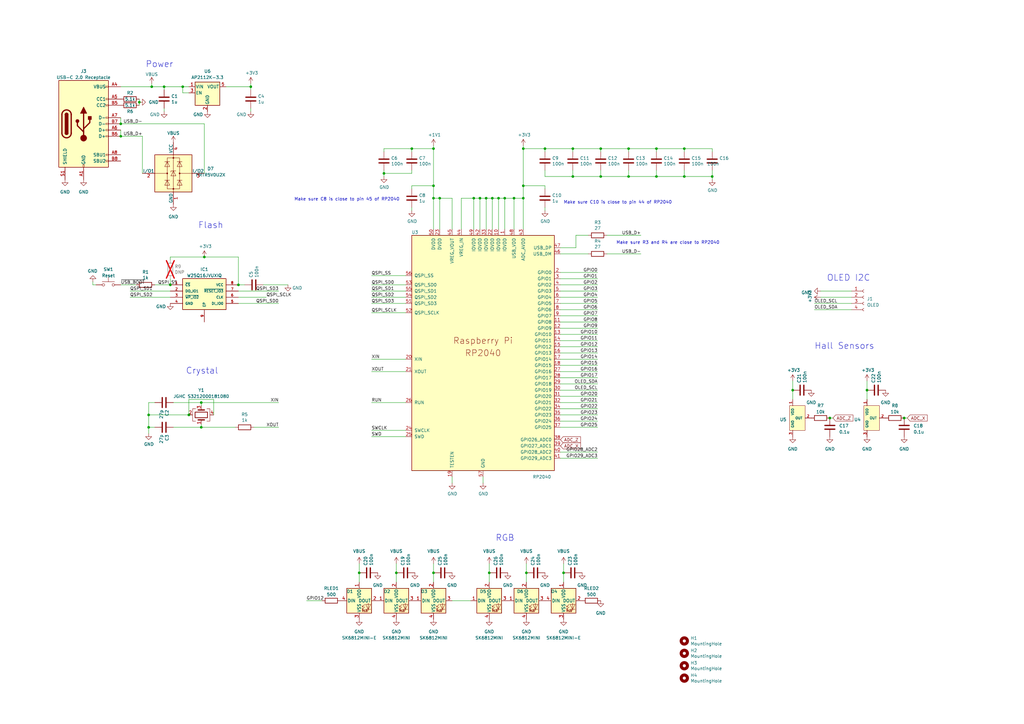
<source format=kicad_sch>
(kicad_sch (version 20230121) (generator eeschema)
  (paper "A3")
  (title_block (title "RP2040  MoonPad") (date "2023-02-10") (rev "REV1") (company "Rephlex"))
  (lib_symbols
    (symbol "49e:Hall_Sensor" (pin_names (offset 1.016))
      (property "Reference" "U?" (at -4.5212 0.9652 0))
      (symbol "Hall_Sensor_1_1"
        (pin power_in line (at -2.54 7.62 270) (length 2.54) (name "VDD") (number "1"))
        (pin output line (at 5.08 0 180) (length 2.54) (name "OUT") (number "2"))
        (pin power_in line (at -2.54 -7.62 90) (length 2.54) (name "GND") (number "3"))
      )
    )
    (symbol "Connector:Conn_01x04_Socket" (pin_names (offset 1.016) hide)
      (property "Reference" "J" (at 0 5.08 0))
      (property "Value" "Conn_01x04_Socket" (at 0 -7.62 0))
      (symbol "Conn_01x04_Socket_1_1"
        (pin passive line (at -5.08 2.54 0) (length 3.81) (name "Pin_1") (number "1"))
        (pin passive line (at -5.08 0 0) (length 3.81) (name "Pin_2") (number "2"))
        (pin passive line (at -5.08 -2.54 0) (length 3.81) (name "Pin_3") (number "3"))
        (pin passive line (at -5.08 -5.08 0) (length 3.81) (name "Pin_4") (number "4"))
      )
    )
    (symbol "Connector:USB_C_Receptacle_USB2.0" (pin_names (offset 1.016))
      (property "Reference" "J" (at -10.16 19.05 0))
      (property "Value" "USB_C_Receptacle_USB2.0" (at 19.05 19.05 0))
      (symbol "USB_C_Receptacle_USB2.0_1_1"
        (pin passive line (at 0 -22.86 90) (length 5.08) (name "GND") (number "A1"))
        (pin passive line (at 0 -22.86 90) (length 5.08) hide (name "GND") (number "A12"))
        (pin passive line (at 15.24 15.24 180) (length 5.08) (name "VBUS") (number "A4"))
        (pin bidirectional line (at 15.24 10.16 180) (length 5.08) (name "CC1") (number "A5"))
        (pin bidirectional line (at 15.24 -2.54 180) (length 5.08) (name "D+") (number "A6"))
        (pin bidirectional line (at 15.24 2.54 180) (length 5.08) (name "D-") (number "A7"))
        (pin bidirectional line (at 15.24 -12.7 180) (length 5.08) (name "SBU1") (number "A8"))
        (pin passive line (at 15.24 15.24 180) (length 5.08) hide (name "VBUS") (number "A9"))
        (pin passive line (at 0 -22.86 90) (length 5.08) hide (name "GND") (number "B1"))
        (pin passive line (at 0 -22.86 90) (length 5.08) hide (name "GND") (number "B12"))
        (pin passive line (at 15.24 15.24 180) (length 5.08) hide (name "VBUS") (number "B4"))
        (pin bidirectional line (at 15.24 7.62 180) (length 5.08) (name "CC2") (number "B5"))
        (pin bidirectional line (at 15.24 -5.08 180) (length 5.08) (name "D+") (number "B6"))
        (pin bidirectional line (at 15.24 0 180) (length 5.08) (name "D-") (number "B7"))
        (pin bidirectional line (at 15.24 -15.24 180) (length 5.08) (name "SBU2") (number "B8"))
        (pin passive line (at 15.24 15.24 180) (length 5.08) hide (name "VBUS") (number "B9"))
        (pin passive line (at -7.62 -22.86 90) (length 5.08) (name "SHIELD") (number "S1"))
      )
    )
    (symbol "Device:C" (pin_numbers hide) (pin_names (offset 0.254))
      (property "Reference" "C" (at 0.635 2.54 0))
      (property "Value" "C" (at 0.635 -2.54 0))
      (symbol "C_1_1"
        (pin passive line (at 0 3.81 270) (length 2.794) (name "~") (number "1"))
        (pin passive line (at 0 -3.81 90) (length 2.794) (name "~") (number "2"))
      )
    )
    (symbol "Device:Crystal_GND24" (pin_names (offset 1.016) hide)
      (property "Reference" "Y" (at 3.175 5.08 0))
      (property "Value" "Crystal_GND24" (at 3.175 3.175 0))
      (symbol "Crystal_GND24_1_1"
        (pin passive line (at -3.81 0 0) (length 1.27) (name "1") (number "1"))
        (pin passive line (at 0 5.08 270) (length 1.27) (name "2") (number "2"))
        (pin passive line (at 3.81 0 180) (length 1.27) (name "3") (number "3"))
        (pin passive line (at 0 -5.08 90) (length 1.27) (name "4") (number "4"))
      )
    )
    (symbol "Device:R" (pin_numbers hide) (pin_names (offset 0))
      (property "Reference" "R" (at 2.032 0 90))
      (property "Value" "R" (at 0 0 90))
      (symbol "R_1_1"
        (pin passive line (at 0 3.81 270) (length 1.27) (name "~") (number "1"))
        (pin passive line (at 0 -3.81 90) (length 1.27) (name "~") (number "2"))
      )
    )
    (symbol "MCU_RaspberryPi_RP2040:RP2040" (pin_names (offset 1.016))
      (property "Reference" "U" (at -29.21 49.53 0))
      (property "Value" "RP2040" (at 24.13 -49.53 0))
      (symbol "RP2040_0_0"
        (text "Raspberry Pi" (at 0 5.08 0) (effects (font (size 2.54 2.54))))
        (text "RP2040" (at 0 0 0) (effects (font (size 2.54 2.54))))
      )
      (symbol "RP2040_1_1"
        (pin power_in line (at 8.89 50.8 270) (length 2.54) (name "IOVDD") (number "1"))
        (pin power_in line (at 6.35 50.8 270) (length 2.54) (name "IOVDD") (number "10"))
        (pin bidirectional line (at 31.75 12.7 180) (length 2.54) (name "GPIO8") (number "11"))
        (pin bidirectional line (at 31.75 10.16 180) (length 2.54) (name "GPIO9") (number "12"))
        (pin bidirectional line (at 31.75 7.62 180) (length 2.54) (name "GPIO10") (number "13"))
        (pin bidirectional line (at 31.75 5.08 180) (length 2.54) (name "GPIO11") (number "14"))
        (pin bidirectional line (at 31.75 2.54 180) (length 2.54) (name "GPIO12") (number "15"))
        (pin bidirectional line (at 31.75 0 180) (length 2.54) (name "GPIO13") (number "16"))
        (pin bidirectional line (at 31.75 -2.54 180) (length 2.54) (name "GPIO14") (number "17"))
        (pin bidirectional line (at 31.75 -5.08 180) (length 2.54) (name "GPIO15") (number "18"))
        (pin passive line (at -12.7 -50.8 90) (length 2.54) (name "TESTEN") (number "19"))
        (pin bidirectional line (at 31.75 33.02 180) (length 2.54) (name "GPIO0") (number "2"))
        (pin input line (at -31.75 -2.54 0) (length 2.54) (name "XIN") (number "20"))
        (pin passive line (at -31.75 -7.62 0) (length 2.54) (name "XOUT") (number "21"))
        (pin power_in line (at 3.81 50.8 270) (length 2.54) (name "IOVDD") (number "22"))
        (pin power_in line (at -17.78 50.8 270) (length 2.54) (name "DVDD") (number "23"))
        (pin output line (at -31.75 -31.75 0) (length 2.54) (name "SWCLK") (number "24"))
        (pin bidirectional line (at -31.75 -34.29 0) (length 2.54) (name "SWD") (number "25"))
        (pin input line (at -31.75 -20.32 0) (length 2.54) (name "RUN") (number "26"))
        (pin bidirectional line (at 31.75 -7.62 180) (length 2.54) (name "GPIO16") (number "27"))
        (pin bidirectional line (at 31.75 -10.16 180) (length 2.54) (name "GPIO17") (number "28"))
        (pin bidirectional line (at 31.75 -12.7 180) (length 2.54) (name "GPIO18") (number "29"))
        (pin bidirectional line (at 31.75 30.48 180) (length 2.54) (name "GPIO1") (number "3"))
        (pin bidirectional line (at 31.75 -15.24 180) (length 2.54) (name "GPIO19") (number "30"))
        (pin bidirectional line (at 31.75 -17.78 180) (length 2.54) (name "GPIO20") (number "31"))
        (pin bidirectional line (at 31.75 -20.32 180) (length 2.54) (name "GPIO21") (number "32"))
        (pin power_in line (at 1.27 50.8 270) (length 2.54) (name "IOVDD") (number "33"))
        (pin bidirectional line (at 31.75 -22.86 180) (length 2.54) (name "GPIO22") (number "34"))
        (pin bidirectional line (at 31.75 -25.4 180) (length 2.54) (name "GPIO23") (number "35"))
        (pin bidirectional line (at 31.75 -27.94 180) (length 2.54) (name "GPIO24") (number "36"))
        (pin bidirectional line (at 31.75 -30.48 180) (length 2.54) (name "GPIO25") (number "37"))
        (pin bidirectional line (at 31.75 -35.56 180) (length 2.54) (name "GPIO26_ADC0") (number "38"))
        (pin bidirectional line (at 31.75 -38.1 180) (length 2.54) (name "GPIO27_ADC1") (number "39"))
        (pin bidirectional line (at 31.75 27.94 180) (length 2.54) (name "GPIO2") (number "4"))
        (pin bidirectional line (at 31.75 -40.64 180) (length 2.54) (name "GPIO28_ADC2") (number "40"))
        (pin bidirectional line (at 31.75 -43.18 180) (length 2.54) (name "GPIO29_ADC3") (number "41"))
        (pin power_in line (at -1.27 50.8 270) (length 2.54) (name "IOVDD") (number "42"))
        (pin power_in line (at 16.51 50.8 270) (length 2.54) (name "ADC_AVDD") (number "43"))
        (pin power_in line (at -8.89 50.8 270) (length 2.54) (name "VREG_IN") (number "44"))
        (pin power_out line (at -12.7 50.8 270) (length 2.54) (name "VREG_VOUT") (number "45"))
        (pin bidirectional line (at 31.75 40.64 180) (length 2.54) (name "USB_DM") (number "46"))
        (pin bidirectional line (at 31.75 43.18 180) (length 2.54) (name "USB_DP") (number "47"))
        (pin power_in line (at 12.7 50.8 270) (length 2.54) (name "USB_VDD") (number "48"))
        (pin power_in line (at -3.81 50.8 270) (length 2.54) (name "IOVDD") (number "49"))
        (pin bidirectional line (at 31.75 25.4 180) (length 2.54) (name "GPIO3") (number "5"))
        (pin power_in line (at -20.32 50.8 270) (length 2.54) (name "DVDD") (number "50"))
        (pin bidirectional line (at -31.75 20.32 0) (length 2.54) (name "QSPI_SD3") (number "51"))
        (pin output line (at -31.75 16.51 0) (length 2.54) (name "QSPI_SCLK") (number "52"))
        (pin bidirectional line (at -31.75 27.94 0) (length 2.54) (name "QSPI_SD0") (number "53"))
        (pin bidirectional line (at -31.75 22.86 0) (length 2.54) (name "QSPI_SD2") (number "54"))
        (pin bidirectional line (at -31.75 25.4 0) (length 2.54) (name "QSPI_SD1") (number "55"))
        (pin bidirectional line (at -31.75 31.75 0) (length 2.54) (name "QSPI_SS") (number "56"))
        (pin power_in line (at 0 -50.8 90) (length 2.54) (name "GND") (number "57"))
        (pin bidirectional line (at 31.75 22.86 180) (length 2.54) (name "GPIO4") (number "6"))
        (pin bidirectional line (at 31.75 20.32 180) (length 2.54) (name "GPIO5") (number "7"))
        (pin bidirectional line (at 31.75 17.78 180) (length 2.54) (name "GPIO6") (number "8"))
        (pin bidirectional line (at 31.75 15.24 180) (length 2.54) (name "GPIO7") (number "9"))
      )
    )
    (symbol "Mechanical:MountingHole" (pin_names (offset 1.016))
      (property "Reference" "H" (at 0 5.08 0))
      (property "Value" "MountingHole" (at 0 3.175 0))
    )
    (symbol "MoonPad:SK6812MINI-B-12" (pin_names (offset 0.254))
      (property "Reference" "D1" (at 12.7 3.1241 0))
      (property "Value" "SK6812MINI" (at 12.7 0.5841 0))
      (symbol "SK6812MINI-B-12_0_0"
        (text "RGB" (at 2.286 -4.191 0) (effects (font (size 0.762 0.762))))
      )
      (symbol "SK6812MINI-B-12_1_1"
        (pin input line (at -7.62 0 0) (length 2.54) (name "DIN") (number "1"))
        (pin power_in line (at 0 7.62 270) (length 2.54) (name "VDD") (number "2"))
        (pin output line (at 7.62 0 180) (length 2.54) (name "DOUT") (number "3"))
        (pin power_in line (at 0 -7.62 90) (length 2.54) (name "VSS") (number "4"))
      )
    )
    (symbol "Power_Protection:PRTR5V0U2X" (pin_names (offset 0))
      (property "Reference" "D" (at 2.794 8.636 0))
      (property "Value" "PRTR5V0U2X" (at 8.128 -9.398 0))
      (symbol "PRTR5V0U2X_1_1"
        (pin passive line (at 0 -12.7 90) (length 5.08) (name "GND") (number "1"))
        (pin passive line (at -12.7 0 0) (length 5.08) (name "I/O1") (number "2"))
        (pin passive line (at 12.7 0 180) (length 5.08) (name "I/O2") (number "3"))
        (pin passive line (at 0 12.7 270) (length 5.08) (name "VCC") (number "4"))
      )
    )
    (symbol "Regulator_Linear:AP2112K-3.3" (pin_names (offset 0.254))
      (property "Reference" "U" (at -5.08 5.715 0))
      (property "Value" "AP2112K-3.3" (at 0 5.715 0))
      (symbol "AP2112K-3.3_1_1"
        (pin power_in line (at -7.62 2.54 0) (length 2.54) (name "VIN") (number "1"))
        (pin power_in line (at 0 -7.62 90) (length 2.54) (name "GND") (number "2"))
        (pin input line (at -7.62 0 0) (length 2.54) (name "EN") (number "3"))
        (pin no_connect line (at 5.08 0 180) (length 2.54) hide (name "NC") (number "4"))
        (pin power_out line (at 7.62 2.54 180) (length 2.54) (name "VOUT") (number "5"))
      )
    )
    (symbol "Switch:SW_Push" (pin_numbers hide) (pin_names (offset 1.016) hide)
      (property "Reference" "SW" (at 1.27 2.54 0))
      (property "Value" "SW_Push" (at 0 -1.524 0))
      (symbol "SW_Push_0_1"
        (pin passive line (at -5.08 0 0) (length 2.54) (name "1") (number "1"))
        (pin passive line (at 5.08 0 180) (length 2.54) (name "2") (number "2"))
      )
    )
    (symbol "W25Q16JVUXIQ:W25Q16JVUXIQ" (pin_names (offset 1.016))
      (property "Reference" "IC1" (at 27.94 6.35 0))
      (property "Value" "W25Q16JVUXIQ" (at 27.94 3.81 0))
      (symbol "W25Q16JVUXIQ_0_0"
        (pin bidirectional line (at 13.97 0 0) (length 5.08) (name "~{CS}") (number "1"))
        (pin bidirectional line (at 13.97 -7.62 0) (length 5.08) (name "GND") (number "4"))
        (pin bidirectional line (at 41.91 -5.08 180) (length 5.08) (name "CLK") (number "6"))
        (pin bidirectional line (at 41.91 0 180) (length 5.08) (name "VCC") (number "8"))
        (pin bidirectional line (at 27.94 -15.24 90) (length 5.08) (name "EP") (number "9"))
      )
      (symbol "W25Q16JVUXIQ_1_0"
        (pin bidirectional line (at 13.97 -2.54 0) (length 5.08) (name "DO_IO1") (number "2"))
        (pin bidirectional line (at 13.97 -5.08 0) (length 5.08) (name "~{WP_IO2}") (number "3"))
        (pin bidirectional line (at 41.91 -7.62 180) (length 5.08) (name "DI_IO0") (number "5"))
        (pin bidirectional line (at 41.91 -2.54 180) (length 5.08) (name "~{RESET_IO3}") (number "7"))
      )
    )
    (symbol "kicad-keyboard-parts:SK6812MINI-E" (pin_names (offset 0.254))
      (property "Reference" "D" (at 5.08 5.715 0))
      (property "Value" "SK6812MINI-E" (at 1.27 -5.715 0))
      (symbol "SK6812MINI-E_0_0"
        (text "RGB" (at 2.286 -4.191 0) (effects (font (size 0.762 0.762))))
      )
      (symbol "SK6812MINI-E_1_1"
        (pin power_in line (at 0 7.62 270) (length 2.54) (name "VDD") (number "1"))
        (pin output line (at 7.62 0 180) (length 2.54) (name "DOUT") (number "2"))
        (pin power_in line (at 0 -7.62 90) (length 2.54) (name "VSS") (number "3"))
        (pin input line (at -7.62 0 0) (length 2.54) (name "DIN") (number "4"))
      )
    )
    (symbol "power:+1V1" (power) (pin_names (offset 0))
      (property "Value" "+1V1" (at 0 3.556 0))
      (symbol "+1V1_1_1"
        (pin power_in line (at 0 0 90) (length 0) hide (name "+1V1") (number "1"))
      )
    )
    (symbol "power:+3V3" (power) (pin_names (offset 0))
      (property "Value" "+3V3" (at 0 3.556 0))
      (symbol "+3V3_1_1"
        (pin power_in line (at 0 0 90) (length 0) hide (name "+3V3") (number "1"))
      )
    )
    (symbol "power:GND" (power) (pin_names (offset 0))
      (property "Value" "GND" (at 0 -3.81 0))
      (symbol "GND_1_1"
        (pin power_in line (at 0 0 270) (length 0) hide (name "GND") (number "1"))
      )
    )
    (symbol "power:VBUS" (power) (pin_names (offset 0))
      (property "Value" "VBUS" (at 0 3.81 0))
      (symbol "VBUS_1_1"
        (pin power_in line (at 0 0 90) (length 0) hide (name "VBUS") (number "1"))
      )
    )
  )
  (junction (at 177.8 234.95))
  (junction (at 177.8 60.96))
  (junction (at 83.82 105.41))
  (junction (at 82.55 165.1))
  (junction (at 246.38 72.39))
  (junction (at 257.81 72.39))
  (junction (at 196.85 81.28))
  (junction (at 257.81 60.96))
  (junction (at 102.87 35.56))
  (junction (at 60.96 175.26))
  (junction (at 214.63 81.28))
  (junction (at 82.55 175.26))
  (junction (at 207.01 81.28))
  (junction (at 62.23 35.56))
  (junction (at 355.6 160.02))
  (junction (at 162.56 234.95))
  (junction (at 231.14 234.95))
  (junction (at 201.93 81.28))
  (junction (at 97.79 116.84))
  (junction (at 370.84 171.45))
  (junction (at 200.66 234.95))
  (junction (at 157.48 71.12))
  (junction (at 74.93 35.56))
  (junction (at 194.31 81.28))
  (junction (at 280.67 72.39))
  (junction (at 67.31 35.56))
  (junction (at 214.63 60.96))
  (junction (at 177.8 81.28))
  (junction (at 214.63 76.2))
  (junction (at 60.96 170.18))
  (junction (at 269.24 60.96))
  (junction (at 280.67 60.96))
  (junction (at 204.47 81.28))
  (junction (at 49.53 50.8))
  (junction (at 223.52 60.96))
  (junction (at 77.47 170.18))
  (junction (at 210.82 81.28))
  (junction (at 340.36 171.45))
  (junction (at 57.15 41.91))
  (junction (at 168.91 60.96))
  (junction (at 292.1 72.39))
  (junction (at 215.9 234.95))
  (junction (at 199.39 81.28))
  (junction (at 325.12 160.02))
  (junction (at 69.85 116.84))
  (junction (at 234.95 60.96))
  (junction (at 269.24 72.39))
  (junction (at 49.53 55.88))
  (junction (at 177.8 76.2))
  (junction (at 246.38 60.96))
  (junction (at 180.34 81.28))
  (junction (at 147.32 234.95))
  (junction (at 234.95 72.39))
  (wire (pts (xy 229.87 144.78) (xy 245.11 144.78)))
  (wire (pts (xy 231.14 234.95) (xy 231.14 238.76)))
  (wire (pts (xy 334.01 124.46) (xy 349.25 124.46)))
  (wire (pts (xy 355.6 156.21) (xy 355.6 160.02)))
  (wire (pts (xy 325.12 156.21) (xy 325.12 160.02)))
  (wire (pts (xy 204.47 93.98) (xy 204.47 81.28)))
  (wire (pts (xy 229.87 162.56) (xy 245.11 162.56)))
  (wire (pts (xy 229.87 165.1) (xy 245.11 165.1)))
  (wire (pts (xy 166.37 113.03) (xy 152.4 113.03)))
  (wire (pts (xy 74.93 35.56) (xy 74.93 38.1)))
  (wire (pts (xy 166.37 176.53) (xy 152.4 176.53)))
  (wire (pts (xy 62.23 34.29) (xy 62.23 35.56)))
  (wire (pts (xy 157.48 62.23) (xy 157.48 60.96)))
  (wire (pts (xy 229.87 116.84) (xy 245.11 116.84)))
  (wire (pts (xy 60.96 170.18) (xy 60.96 175.26)))
  (wire (pts (xy 229.87 132.08) (xy 245.11 132.08)))
  (wire (pts (xy 157.48 69.85) (xy 157.48 71.12)))
  (wire (pts (xy 234.95 60.96) (xy 246.38 60.96)))
  (wire (pts (xy 38.1 116.84) (xy 38.1 115.57)))
  (wire (pts (xy 334.01 127) (xy 349.25 127)))
  (wire (pts (xy 231.14 231.14) (xy 231.14 234.95)))
  (wire (pts (xy 157.48 71.12) (xy 157.48 72.39)))
  (wire (pts (xy 83.82 105.41) (xy 97.79 105.41)))
  (wire (pts (xy 157.48 71.12) (xy 168.91 71.12)))
  (wire (pts (xy 201.93 81.28) (xy 204.47 81.28)))
  (wire (pts (xy 77.47 35.56) (xy 74.93 35.56)))
  (wire (pts (xy 229.87 175.26) (xy 245.11 175.26)))
  (wire (pts (xy 147.32 231.14) (xy 147.32 234.95)))
  (wire (pts (xy 168.91 85.09) (xy 168.91 86.36)))
  (wire (pts (xy 71.12 175.26) (xy 82.55 175.26)))
  (wire (pts (xy 234.95 69.85) (xy 234.95 72.39)))
  (wire (pts (xy 83.82 50.8) (xy 83.82 71.12)))
  (wire (pts (xy 168.91 60.96) (xy 177.8 60.96)))
  (wire (pts (xy 214.63 60.96) (xy 214.63 76.2)))
  (wire (pts (xy 152.4 124.46) (xy 166.37 124.46)))
  (wire (pts (xy 63.5 165.1) (xy 60.96 165.1)))
  (wire (pts (xy 162.56 234.95) (xy 162.56 238.76)))
  (wire (pts (xy 87.63 163.83) (xy 77.47 163.83)))
  (wire (pts (xy 177.8 59.69) (xy 177.8 60.96)))
  (wire (pts (xy 77.47 163.83) (xy 77.47 170.18)))
  (wire (pts (xy 194.31 93.98) (xy 194.31 81.28)))
  (wire (pts (xy 229.87 154.94) (xy 245.11 154.94)))
  (wire (pts (xy 109.22 121.92) (xy 97.79 121.92)))
  (wire (pts (xy 118.11 116.84) (xy 107.95 116.84)))
  (wire (pts (xy 223.52 60.96) (xy 234.95 60.96)))
  (wire (pts (xy 69.85 121.92) (xy 53.34 121.92)))
  (wire (pts (xy 102.87 36.83) (xy 102.87 35.56)))
  (wire (pts (xy 97.79 119.38) (xy 114.3 119.38)))
  (wire (pts (xy 229.87 170.18) (xy 245.11 170.18)))
  (wire (pts (xy 87.63 170.18) (xy 87.63 163.83)))
  (wire (pts (xy 100.33 116.84) (xy 97.79 116.84)))
  (wire (pts (xy 229.87 152.4) (xy 245.11 152.4)))
  (wire (pts (xy 168.91 62.23) (xy 168.91 60.96)))
  (wire (pts (xy 257.81 62.23) (xy 257.81 60.96)))
  (wire (pts (xy 55.88 116.84) (xy 49.53 116.84)))
  (wire (pts (xy 223.52 62.23) (xy 223.52 60.96)))
  (wire (pts (xy 292.1 69.85) (xy 292.1 72.39)))
  (wire (pts (xy 280.67 69.85) (xy 280.67 72.39)))
  (wire (pts (xy 341.63 171.45) (xy 340.36 171.45)))
  (wire (pts (xy 229.87 121.92) (xy 245.11 121.92)))
  (wire (pts (xy 74.93 35.56) (xy 67.31 35.56)))
  (wire (pts (xy 102.87 44.45) (xy 102.87 45.72)))
  (wire (pts (xy 166.37 165.1) (xy 152.4 165.1)))
  (wire (pts (xy 248.92 96.52) (xy 262.89 96.52)))
  (wire (pts (xy 325.12 160.02) (xy 325.12 163.83)))
  (wire (pts (xy 92.71 35.56) (xy 102.87 35.56)))
  (wire (pts (xy 147.32 234.95) (xy 147.32 238.76)))
  (wire (pts (xy 168.91 77.47) (xy 168.91 76.2)))
  (wire (pts (xy 269.24 60.96) (xy 280.67 60.96)))
  (wire (pts (xy 69.85 105.41) (xy 69.85 106.68)))
  (wire (pts (xy 49.53 53.34) (xy 49.53 55.88)))
  (wire (pts (xy 214.63 59.69) (xy 214.63 60.96)))
  (wire (pts (xy 97.79 124.46) (xy 114.3 124.46)))
  (wire (pts (xy 349.25 121.92) (xy 336.55 121.92)))
  (wire (pts (xy 57.15 41.91) (xy 57.15 40.64)))
  (wire (pts (xy 215.9 234.95) (xy 215.9 238.76)))
  (wire (pts (xy 49.53 35.56) (xy 62.23 35.56)))
  (wire (pts (xy 204.47 81.28) (xy 207.01 81.28)))
  (wire (pts (xy 236.22 96.52) (xy 236.22 101.6)))
  (wire (pts (xy 280.67 60.96) (xy 292.1 60.96)))
  (wire (pts (xy 177.8 60.96) (xy 177.8 76.2)))
  (wire (pts (xy 234.95 72.39) (xy 223.52 72.39)))
  (wire (pts (xy 229.87 129.54) (xy 245.11 129.54)))
  (wire (pts (xy 229.87 139.7) (xy 245.11 139.7)))
  (wire (pts (xy 214.63 81.28) (xy 214.63 93.98)))
  (wire (pts (xy 207.01 81.28) (xy 207.01 93.98)))
  (wire (pts (xy 180.34 93.98) (xy 180.34 81.28)))
  (wire (pts (xy 234.95 62.23) (xy 234.95 60.96)))
  (wire (pts (xy 157.48 60.96) (xy 168.91 60.96)))
  (wire (pts (xy 82.55 165.1) (xy 114.3 165.1)))
  (wire (pts (xy 193.04 246.38) (xy 185.42 246.38)))
  (wire (pts (xy 292.1 72.39) (xy 292.1 73.66)))
  (wire (pts (xy 269.24 72.39) (xy 257.81 72.39)))
  (wire (pts (xy 82.55 166.37) (xy 82.55 165.1)))
  (wire (pts (xy 97.79 105.41) (xy 97.79 116.84)))
  (wire (pts (xy 194.31 81.28) (xy 196.85 81.28)))
  (wire (pts (xy 82.55 175.26) (xy 96.52 175.26)))
  (wire (pts (xy 71.12 165.1) (xy 82.55 165.1)))
  (wire (pts (xy 372.11 171.45) (xy 370.84 171.45)))
  (wire (pts (xy 246.38 62.23) (xy 246.38 60.96)))
  (wire (pts (xy 177.8 231.14) (xy 177.8 234.95)))
  (wire (pts (xy 355.6 160.02) (xy 355.6 163.83)))
  (wire (pts (xy 229.87 172.72) (xy 245.11 172.72)))
  (wire (pts (xy 189.23 93.98) (xy 189.23 81.28)))
  (wire (pts (xy 269.24 69.85) (xy 269.24 72.39)))
  (wire (pts (xy 60.96 170.18) (xy 77.47 170.18)))
  (wire (pts (xy 257.81 69.85) (xy 257.81 72.39)))
  (wire (pts (xy 229.87 111.76) (xy 245.11 111.76)))
  (wire (pts (xy 152.4 147.32) (xy 166.37 147.32)))
  (wire (pts (xy 229.87 157.48) (xy 245.11 157.48)))
  (wire (pts (xy 336.55 119.38) (xy 349.25 119.38)))
  (wire (pts (xy 152.4 116.84) (xy 166.37 116.84)))
  (wire (pts (xy 210.82 93.98) (xy 210.82 81.28)))
  (wire (pts (xy 62.23 35.56) (xy 67.31 35.56)))
  (wire (pts (xy 162.56 231.14) (xy 162.56 234.95)))
  (wire (pts (xy 200.66 231.14) (xy 200.66 234.95)))
  (wire (pts (xy 257.81 72.39) (xy 246.38 72.39)))
  (wire (pts (xy 180.34 81.28) (xy 177.8 81.28)))
  (wire (pts (xy 67.31 36.83) (xy 67.31 35.56)))
  (wire (pts (xy 223.52 85.09) (xy 223.52 86.36)))
  (wire (pts (xy 69.85 119.38) (xy 53.34 119.38)))
  (wire (pts (xy 229.87 124.46) (xy 245.11 124.46)))
  (wire (pts (xy 229.87 104.14) (xy 241.3 104.14)))
  (wire (pts (xy 236.22 96.52) (xy 241.3 96.52)))
  (wire (pts (xy 214.63 60.96) (xy 223.52 60.96)))
  (wire (pts (xy 63.5 175.26) (xy 60.96 175.26)))
  (wire (pts (xy 168.91 71.12) (xy 168.91 69.85)))
  (wire (pts (xy 280.67 72.39) (xy 292.1 72.39)))
  (wire (pts (xy 168.91 76.2) (xy 177.8 76.2)))
  (wire (pts (xy 292.1 62.23) (xy 292.1 60.96)))
  (wire (pts (xy 248.92 104.14) (xy 262.89 104.14)))
  (wire (pts (xy 177.8 234.95) (xy 177.8 238.76)))
  (wire (pts (xy 229.87 134.62) (xy 245.11 134.62)))
  (wire (pts (xy 215.9 231.14) (xy 215.9 234.95)))
  (wire (pts (xy 214.63 76.2) (xy 214.63 81.28)))
  (wire (pts (xy 198.12 195.58) (xy 198.12 198.12)))
  (wire (pts (xy 280.67 62.23) (xy 280.67 60.96)))
  (wire (pts (xy 185.42 81.28) (xy 180.34 81.28)))
  (wire (pts (xy 67.31 44.45) (xy 67.31 45.72)))
  (wire (pts (xy 49.53 50.8) (xy 83.82 50.8)))
  (wire (pts (xy 196.85 93.98) (xy 196.85 81.28)))
  (wire (pts (xy 185.42 93.98) (xy 185.42 81.28)))
  (wire (pts (xy 246.38 69.85) (xy 246.38 72.39)))
  (wire (pts (xy 229.87 147.32) (xy 245.11 147.32)))
  (wire (pts (xy 152.4 121.92) (xy 166.37 121.92)))
  (wire (pts (xy 210.82 81.28) (xy 214.63 81.28)))
  (wire (pts (xy 214.63 76.2) (xy 223.52 76.2)))
  (wire (pts (xy 257.81 60.96) (xy 269.24 60.96)))
  (wire (pts (xy 280.67 72.39) (xy 269.24 72.39)))
  (wire (pts (xy 229.87 160.02) (xy 245.11 160.02)))
  (wire (pts (xy 69.85 114.3) (xy 69.85 116.84)))
  (wire (pts (xy 185.42 195.58) (xy 185.42 198.12)))
  (wire (pts (xy 229.87 185.42) (xy 245.11 185.42)))
  (wire (pts (xy 229.87 167.64) (xy 245.11 167.64)))
  (wire (pts (xy 246.38 60.96) (xy 257.81 60.96)))
  (wire (pts (xy 223.52 69.85) (xy 223.52 72.39)))
  (wire (pts (xy 201.93 93.98) (xy 201.93 81.28)))
  (wire (pts (xy 229.87 149.86) (xy 245.11 149.86)))
  (wire (pts (xy 166.37 128.27) (xy 152.4 128.27)))
  (wire (pts (xy 125.73 246.38) (xy 132.08 246.38)))
  (wire (pts (xy 199.39 93.98) (xy 199.39 81.28)))
  (wire (pts (xy 200.66 234.95) (xy 200.66 238.76)))
  (wire (pts (xy 223.52 77.47) (xy 223.52 76.2)))
  (wire (pts (xy 104.14 175.26) (xy 114.3 175.26)))
  (wire (pts (xy 177.8 81.28) (xy 177.8 93.98)))
  (wire (pts (xy 63.5 116.84) (xy 69.85 116.84)))
  (wire (pts (xy 152.4 119.38) (xy 166.37 119.38)))
  (wire (pts (xy 39.37 116.84) (xy 38.1 116.84)))
  (wire (pts (xy 199.39 81.28) (xy 201.93 81.28)))
  (wire (pts (xy 69.85 105.41) (xy 83.82 105.41)))
  (wire (pts (xy 229.87 127) (xy 245.11 127)))
  (wire (pts (xy 102.87 35.56) (xy 102.87 34.29)))
  (wire (pts (xy 189.23 81.28) (xy 194.31 81.28)))
  (wire (pts (xy 60.96 175.26) (xy 60.96 177.8)))
  (wire (pts (xy 229.87 187.96) (xy 245.11 187.96)))
  (wire (pts (xy 82.55 173.99) (xy 82.55 175.26)))
  (wire (pts (xy 57.15 41.91) (xy 57.15 43.18)))
  (wire (pts (xy 177.8 76.2) (xy 177.8 81.28)))
  (wire (pts (xy 58.42 55.88) (xy 58.42 71.12)))
  (wire (pts (xy 269.24 62.23) (xy 269.24 60.96)))
  (wire (pts (xy 49.53 48.26) (xy 49.53 50.8)))
  (wire (pts (xy 196.85 81.28) (xy 199.39 81.28)))
  (wire (pts (xy 207.01 81.28) (xy 210.82 81.28)))
  (wire (pts (xy 74.93 38.1) (xy 77.47 38.1)))
  (wire (pts (xy 229.87 114.3) (xy 245.11 114.3)))
  (wire (pts (xy 49.53 55.88) (xy 58.42 55.88)))
  (wire (pts (xy 229.87 101.6) (xy 236.22 101.6)))
  (wire (pts (xy 229.87 119.38) (xy 245.11 119.38)))
  (wire (pts (xy 166.37 152.4) (xy 152.4 152.4)))
  (wire (pts (xy 166.37 179.07) (xy 152.4 179.07)))
  (wire (pts (xy 229.87 142.24) (xy 245.11 142.24)))
  (wire (pts (xy 229.87 137.16) (xy 245.11 137.16)))
  (wire (pts (xy 246.38 72.39) (xy 234.95 72.39)))
  (wire (pts (xy 60.96 165.1) (xy 60.96 170.18)))
  (text "Flash" (at 81.28 93.98 0) (effects (font (size 2.54 2.54)) (justify left bottom)))
  (text "OLED I2C" (at 339.09 115.57 0) (effects (font (size 2.54 2.54)) (justify left bottom)))
  (text "Power" (at 59.69 27.94 0) (effects (font (size 2.54 2.54)) (justify left bottom)))
  (text "Make sure R3 and R4 are close to RP2040" (at 252.73 100.33 0) (effects (font (size 1.27 1.27)) (justify left bottom)))
  (text "Make sure C10 is close to pin 44 of RP2040" (at 231.14 83.82 0) (effects (font (size 1.27 1.27)) (justify left bottom)))
  (text "Hall Sensors" (at 334.01 143.51 0) (effects (font (size 2.54 2.54)) (justify left bottom)))
  (text "Crystal" (at 76.2 153.67 0) (effects (font (size 2.54 2.54)) (justify left bottom)))
  (text "RGB" (at 203.2 222.25 0) (effects (font (size 2.54 2.54)) (justify left bottom)))
  (text "Make sure C8 is close to pin 45 of RP2040" (at 120.65 82.55 0) (effects (font (size 1.27 1.27)) (justify left bottom)))
  (label "OLED_SCL" (at 334.01 124.46 0))
  (label "GPIO11" (at 245.11 139.7 180))
  (label "GPIO5" (at 245.11 124.46 180))
  (label "USB_D+" (at 262.89 96.52 180))
  (label "QSPI_SD0" (at 152.4 116.84 0))
  (label "OLED_SCL" (at 245.11 160.02 180))
  (label "RUN" (at 152.4 165.1 0))
  (label "QSPI_SCLK" (at 109.22 121.92 0))
  (label "QSPI_SS" (at 152.4 113.03 0))
  (label "GPIO21" (at 245.11 165.1 180))
  (label "GPIO25" (at 245.11 175.26 180))
  (label "GPIO13" (at 245.11 144.78 180))
  (label "GPIO8" (at 245.11 132.08 180))
  (label "XIN" (at 152.4 147.32 0))
  (label "XOUT" (at 114.3 175.26 180))
  (label "GPIO12" (at 125.73 246.38 0))
  (label "GPIO4" (at 245.11 121.92 180))
  (label "GPIO28_ADC2" (at 245.11 185.42 180))
  (label "GPIO20" (at 245.11 162.56 180))
  (label "GPIO24" (at 245.11 172.72 180))
  (label "GPIO29_ADC3" (at 245.11 187.96 180))
  (label "GPIO2" (at 245.11 116.84 180))
  (label "QSPI_SD2" (at 53.34 121.92 0))
  (label "GPIO0" (at 245.11 111.76 180))
  (label "QSPI_SD2" (at 152.4 121.92 0))
  (label "GPIO14" (at 245.11 147.32 180))
  (label "GPIO9" (at 245.11 134.62 180))
  (label "GPIO23" (at 245.11 170.18 180))
  (label "GPIO3" (at 245.11 119.38 180))
  (label "GPIO10" (at 245.11 137.16 180))
  (label "OLED_SDA" (at 334.01 127 0))
  (label "GPIO16" (at 245.11 152.4 180))
  (label "USB_D-" (at 58.42 50.8 180))
  (label "QSPI_SD3" (at 114.3 119.38 180))
  (label "GPIO7" (at 245.11 129.54 180))
  (label "OLED_SDA" (at 245.11 157.48 180))
  (label "USB_D-" (at 262.89 104.14 180))
  (label "QSPI_SS" (at 64.77 116.84 0))
  (label "GPIO12" (at 245.11 142.24 180))
  (label "GPIO1" (at 245.11 114.3 180))
  (label "QSPI_SD3" (at 152.4 124.46 0))
  (label "XIN" (at 114.3 165.1 180))
  (label "SWCLK" (at 152.4 176.53 0))
  (label "USB_D+" (at 58.42 55.88 180))
  (label "XOUT" (at 152.4 152.4 0))
  (label "QSPI_SD0" (at 114.3 124.46 180))
  (label "GPIO15" (at 245.11 149.86 180))
  (label "GPIO22" (at 245.11 167.64 180))
  (label "QSPI_SD1" (at 152.4 119.38 0))
  (label "GPIO17" (at 245.11 154.94 180))
  (label "GPIO6" (at 245.11 127 180))
  (label "QSPI_SD1" (at 53.34 119.38 0))
  (label "SWD" (at 152.4 179.07 0))
  (label "~{USB_BOOT}" (at 49.53 116.84 0))
  (label "QSPI_SCLK" (at 152.4 128.27 0))
  (global_label "ADC_Z" (shape input) (at 229.87 180.34 0) (property "Intersheetrefs" "${INTERSHEET_REFS}" (effects hide)))
  (global_label "ADC_X" (shape input) (at 372.11 171.45 0) (property "Intersheetrefs" "${INTERSHEET_REFS}" (effects hide)))
  (global_label "ADC_X" (shape input) (at 229.87 182.88 0) (property "Intersheetrefs" "${INTERSHEET_REFS}" (effects hide)))
  (global_label "ADC_Z" (shape input) (at 341.63 171.45 0) (property "Intersheetrefs" "${INTERSHEET_REFS}" (effects hide)))
  (symbol (lib_id "MCU_RaspberryPi_RP2040:RP2040") (at 198.12 144.78 0) (unit 1)
    (property "Reference" "U3" (at 170.18 95.25 0))
    (property "Value" "RP2040" (at 222.25 195.58 0))
    (property "Footprint" "MoonPad:RP2040-QFN-56" (effects hide))
    (property "Datasheet" "https://datasheet.lcsc.com/lcsc/2201101600_Raspberry-Pi-RP2040_C2040.pdf" (effects hide))
    (property "LCSC Part" "C2040" (effects hide))
  )
  (symbol (lib_id "Device:C") (at 67.31 165.1 270) (unit 1)
    (property "Reference" "C2" (at 68.4784 168.021 0) (effects (justify left)))
    (property "Value" "27p" (at 66.167 168.021 0) (effects (justify left)))
    (property "Footprint" "Capacitor_SMD:C_0402_1005Metric" (effects hide))
  )
  (symbol (lib_id "Device:C") (at 67.31 175.26 270) (unit 1)
    (property "Reference" "C3" (at 68.4784 178.181 0) (effects (justify left)))
    (property "Value" "27p" (at 66.167 178.181 0) (effects (justify left)))
    (property "Footprint" "Capacitor_SMD:C_0402_1005Metric" (effects hide))
  )
  (symbol (lib_id "power:GND") (at 60.96 177.8 0) (unit 1)
    (property "Reference" "#PWR06" (effects hide))
    (property "Value" "GND" (at 61.087 182.1942 0))
  )
  (symbol (lib_id "power:GND") (at 198.12 198.12 0) (unit 1)
    (property "Reference" "#PWR016" (effects hide))
    (property "Value" "GND" (at 198.247 202.5142 0))
  )
  (symbol (lib_id "power:GND") (at 185.42 198.12 0) (unit 1)
    (property "Reference" "#PWR015" (effects hide))
    (property "Value" "GND" (at 185.547 202.5142 0))
  )
  (symbol (lib_id "Device:R") (at 245.11 96.52 270) (unit 1)
    (property "Reference" "R3" (at 245.11 91.2622 90))
    (property "Value" "27" (at 245.11 93.5736 90))
    (property "Footprint" "Resistor_SMD:R_0402_1005Metric" (effects hide))
  )
  (symbol (lib_id "Device:R") (at 245.11 104.14 270) (unit 1)
    (property "Reference" "R4" (at 245.11 98.8822 90))
    (property "Value" "27" (at 245.11 101.1936 90))
    (property "Footprint" "Resistor_SMD:R_0402_1005Metric" (effects hide))
  )
  (symbol (lib_id "power:+3V3") (at 214.63 59.69 0) (unit 1)
    (property "Reference" "#PWR017" (effects hide))
    (property "Value" "+3V3" (at 215.011 55.2958 0))
  )
  (symbol (lib_id "power:+1V1") (at 177.8 59.69 0) (unit 1)
    (property "Reference" "#PWR014" (effects hide))
    (property "Value" "+1V1" (at 178.181 55.2958 0))
  )
  (symbol (lib_id "Device:C") (at 223.52 66.04 0) (unit 1)
    (property "Reference" "C9" (at 226.441 64.8716 0) (effects (justify left)))
    (property "Value" "100n" (at 226.441 67.183 0) (effects (justify left)))
    (property "Footprint" "Capacitor_SMD:C_0402_1005Metric" (effects hide))
  )
  (symbol (lib_id "Device:C") (at 234.95 66.04 0) (unit 1)
    (property "Reference" "C11" (at 237.871 64.8716 0) (effects (justify left)))
    (property "Value" "100n" (at 237.871 67.183 0) (effects (justify left)))
    (property "Footprint" "Capacitor_SMD:C_0402_1005Metric" (effects hide))
  )
  (symbol (lib_id "Device:C") (at 246.38 66.04 0) (unit 1)
    (property "Reference" "C12" (at 249.301 64.8716 0) (effects (justify left)))
    (property "Value" "100n" (at 249.301 67.183 0) (effects (justify left)))
    (property "Footprint" "Capacitor_SMD:C_0402_1005Metric" (effects hide))
  )
  (symbol (lib_id "Device:C") (at 257.81 66.04 0) (unit 1)
    (property "Reference" "C13" (at 260.731 64.8716 0) (effects (justify left)))
    (property "Value" "100n" (at 260.731 67.183 0) (effects (justify left)))
    (property "Footprint" "Capacitor_SMD:C_0402_1005Metric" (effects hide))
  )
  (symbol (lib_id "Device:C") (at 269.24 66.04 0) (unit 1)
    (property "Reference" "C14" (at 272.161 64.8716 0) (effects (justify left)))
    (property "Value" "100n" (at 272.161 67.183 0) (effects (justify left)))
    (property "Footprint" "Capacitor_SMD:C_0402_1005Metric" (effects hide))
  )
  (symbol (lib_id "Device:C") (at 280.67 66.04 0) (unit 1)
    (property "Reference" "C15" (at 283.591 64.8716 0) (effects (justify left)))
    (property "Value" "100n" (at 283.591 67.183 0) (effects (justify left)))
    (property "Footprint" "Capacitor_SMD:C_0402_1005Metric" (effects hide))
  )
  (symbol (lib_id "Device:C") (at 292.1 66.04 0) (unit 1)
    (property "Reference" "C16" (at 295.021 64.8716 0) (effects (justify left)))
    (property "Value" "100n" (at 295.021 67.183 0) (effects (justify right)))
    (property "Footprint" "Capacitor_SMD:C_0402_1005Metric" (effects hide))
  )
  (symbol (lib_id "Device:C") (at 157.48 66.04 0) (unit 1)
    (property "Reference" "C6" (at 160.401 64.8716 0) (effects (justify left)))
    (property "Value" "100n" (at 160.401 67.183 0) (effects (justify left)))
    (property "Footprint" "Capacitor_SMD:C_0402_1005Metric" (effects hide))
  )
  (symbol (lib_id "Device:C") (at 168.91 66.04 0) (unit 1)
    (property "Reference" "C7" (at 171.831 64.8716 0) (effects (justify left)))
    (property "Value" "100n" (at 171.831 67.183 0) (effects (justify left)))
    (property "Footprint" "Capacitor_SMD:C_0402_1005Metric" (effects hide))
  )
  (symbol (lib_id "Device:C") (at 168.91 81.28 0) (unit 1)
    (property "Reference" "C8" (at 171.831 80.1116 0) (effects (justify left)))
    (property "Value" "1u" (at 171.831 82.423 0) (effects (justify left)))
    (property "Footprint" "Capacitor_SMD:C_0402_1005Metric" (effects hide))
  )
  (symbol (lib_id "Device:C") (at 223.52 81.28 0) (unit 1)
    (property "Reference" "C10" (at 226.441 80.1116 0) (effects (justify left)))
    (property "Value" "1u" (at 226.441 82.423 0) (effects (justify left)))
    (property "Footprint" "Capacitor_SMD:C_0402_1005Metric" (effects hide))
  )
  (symbol (lib_id "Mechanical:MountingHole") (at 280.67 262.89 0) (unit 1)
    (property "Reference" "H1" (at 283.21 261.7216 0) (effects (justify left)))
    (property "Value" "MountingHole" (at 283.21 264.033 0) (effects (justify left)))
    (property "Footprint" "MountingHole:MountingHole_2.2mm_M2" (effects hide))
  )
  (symbol (lib_id "Mechanical:MountingHole") (at 280.67 267.97 0) (unit 1)
    (property "Reference" "H2" (at 283.21 266.8016 0) (effects (justify left)))
    (property "Value" "MountingHole" (at 283.21 269.113 0) (effects (justify left)))
    (property "Footprint" "MountingHole:MountingHole_2.2mm_M2" (effects hide))
  )
  (symbol (lib_id "Mechanical:MountingHole") (at 280.67 273.05 0) (unit 1)
    (property "Reference" "H3" (at 283.21 271.8816 0) (effects (justify left)))
    (property "Value" "MountingHole" (at 283.21 274.193 0) (effects (justify left)))
    (property "Footprint" "MountingHole:MountingHole_2.2mm_M2" (effects hide))
  )
  (symbol (lib_id "Mechanical:MountingHole") (at 280.67 278.13 0) (unit 1)
    (property "Reference" "H4" (at 283.21 276.9616 0) (effects (justify left)))
    (property "Value" "MountingHole" (at 283.21 279.273 0) (effects (justify left)))
    (property "Footprint" "MountingHole:MountingHole_2.2mm_M2" (effects hide))
  )
  (symbol (lib_id "power:GND") (at 292.1 73.66 0) (unit 1)
    (property "Reference" "#PWR023" (effects hide))
    (property "Value" "GND" (at 292.227 78.0542 0))
  )
  (symbol (lib_id "power:GND") (at 157.48 72.39 0) (unit 1)
    (property "Reference" "#PWR012" (effects hide))
    (property "Value" "GND" (at 157.607 76.7842 0))
  )
  (symbol (lib_id "power:GND") (at 168.91 86.36 0) (unit 1)
    (property "Reference" "#PWR013" (effects hide))
    (property "Value" "GND" (at 169.037 90.7542 0))
  )
  (symbol (lib_id "power:GND") (at 223.52 86.36 0) (unit 1)
    (property "Reference" "#PWR018" (effects hide))
    (property "Value" "GND" (at 223.647 90.7542 0))
  )
  (symbol (lib_id "power:VBUS") (at 62.23 34.29 0) (unit 1)
    (property "Reference" "#PWR03" (effects hide))
    (property "Value" "VBUS" (at 62.23 30.48 0))
  )
  (symbol (lib_id "power:GND") (at 85.09 45.72 0) (unit 1)
    (property "Reference" "#PWR05" (effects hide))
    (property "Value" "GND" (at 81.28 46.99 0))
  )
  (symbol (lib_id "power:+3V3") (at 102.87 34.29 0) (unit 1)
    (property "Reference" "#PWR09" (effects hide))
    (property "Value" "+3V3" (at 103.251 29.8958 0))
  )
  (symbol (lib_id "Device:C") (at 67.31 40.64 0) (unit 1)
    (property "Reference" "C1" (at 70.231 39.4716 0) (effects (justify left)))
    (property "Value" "1u" (at 70.231 41.783 0) (effects (justify left)))
    (property "Footprint" "Capacitor_SMD:C_0805_2012Metric" (effects hide))
  )
  (symbol (lib_id "Device:C") (at 102.87 40.64 0) (unit 1)
    (property "Reference" "C4" (at 105.791 39.4716 0) (effects (justify left)))
    (property "Value" "1u" (at 105.791 41.783 0) (effects (justify left)))
    (property "Footprint" "Capacitor_SMD:C_0805_2012Metric" (effects hide))
  )
  (symbol (lib_id "power:GND") (at 67.31 45.72 0) (unit 1)
    (property "Reference" "#PWR04" (effects hide))
    (property "Value" "GND" (at 63.5 46.99 0))
  )
  (symbol (lib_id "power:GND") (at 102.87 45.72 0) (unit 1)
    (property "Reference" "#PWR010" (effects hide))
    (property "Value" "GND" (at 99.06 46.99 0))
  )
  (symbol (lib_id "Device:R") (at 100.33 175.26 270) (unit 1)
    (property "Reference" "R5" (at 100.33 170.0022 90))
    (property "Value" "1k" (at 100.33 172.3136 90))
    (property "Footprint" "Resistor_SMD:R_0402_1005Metric" (effects hide))
  )
  (symbol (lib_id "49e:Hall_Sensor") (at 327.66 171.45 0) (unit 1)
    (property "Reference" "U5" (at 322.58 172.085 0) (effects (justify right)))
    (property "Value" "Hall_Sensor" (effects hide))
    (property "Footprint" "Package_TO_SOT_SMD:SOT-23" (effects hide))
    (property "Datasheet" "https://datasheet.lcsc.com/lcsc/2110081930_Slkor-SLKORMICRO-Elec--SLSS49E-3_C2904393.pdf" (effects hide))
    (property "LCSC Part" "C2904393" (effects hide))
  )
  (symbol (lib_id "power:+3V3") (at 325.12 156.21 0) (unit 1)
    (property "Reference" "#PWR020" (effects hide))
    (property "Value" "+3V3" (at 325.501 151.8158 0))
  )
  (symbol (lib_id "Device:R") (at 53.34 43.18 270) (unit 1)
    (property "Reference" "R6" (at 53.34 45.72 90))
    (property "Value" "5.1k" (at 53.34 43.18 90))
    (property "Footprint" "Resistor_SMD:R_0402_1005Metric" (effects hide))
  )
  (symbol (lib_id "power:GND") (at 325.12 179.07 0) (unit 1)
    (property "Reference" "#PWR0110" (effects hide))
    (property "Value" "GND" (at 325.12 184.15 0))
  )
  (symbol (lib_id "Device:R") (at 242.57 246.38 270) (unit 1)
    (property "Reference" "RLED2" (at 242.57 241.3 90))
    (property "Value" "500" (at 242.57 243.84 90))
    (property "Footprint" "Resistor_SMD:R_0402_1005Metric" (effects hide))
  )
  (symbol (lib_id "power:GND") (at 363.22 160.02 0) (unit 1)
    (property "Reference" "#PWR029" (effects hide))
    (property "Value" "GND" (at 363.22 165.1 0))
  )
  (symbol (lib_id "kicad-keyboard-parts:SK6812MINI-E") (at 147.32 246.38 0) (unit 1)
    (property "Reference" "D1" (at 143.51 242.57 0))
    (property "Value" "SK6812MINI-E" (at 147.32 261.62 0))
    (property "Footprint" "kicad-keyboard-parts:MX_SK6812MINI-E" (effects hide))
    (property "Datasheet" "https://cdn-shop.adafruit.com/product-files/2686/SK6812MINI_REV.01-1-2.pdf" (effects hide))
    (property "LCSC Part" "C5149201" (effects hide))
  )
  (symbol (lib_id "Regulator_Linear:AP2112K-3.3") (at 85.09 38.1 0) (unit 1)
    (property "Reference" "U6" (at 85.09 29.21 0))
    (property "Value" "AP2112K-3.3" (at 85.09 31.75 0))
    (property "Footprint" "Package_TO_SOT_SMD:SOT-23-5" (effects hide))
    (property "Datasheet" "https://www.diodes.com/assets/Datasheets/AP2112.pdf" (effects hide))
    (property "LCSC Part" "C51118" (effects hide))
  )
  (symbol (lib_id "power:GND") (at 71.12 83.82 0) (unit 1)
    (property "Reference" "#PWR047" (effects hide))
    (property "Value" "GND" (at 71.12 88.9 0))
  )
  (symbol (lib_id "power:GND") (at 69.85 124.46 0) (unit 1)
    (property "Reference" "#PWR08" (effects hide))
    (property "Value" "GND" (at 66.04 125.73 0))
  )
  (symbol (lib_id "MoonPad:SK6812MINI-B-12") (at 215.9 246.38 0) (unit 1)
    (property "Reference" "D6" (at 213.36 242.57 0))
    (property "Value" "SK6812MINI" (at 215.9 261.62 0))
    (property "Footprint" "Moonpad:LED_SK6812MINI-B-012_3.7x3.5mm_P1.1mm" (effects hide))
    (property "Datasheet" "https://datasheet.lcsc.com/lcsc/2209211130_OPSCO-Optoelectronics-SK6812MINI-B-012_C5183448.pdf" (effects hide))
    (property "LCSC Part" "C5183448" (effects hide))
  )
  (symbol (lib_id "power:GND") (at 162.56 254 0) (unit 1)
    (property "Reference" "#PWR031" (effects hide))
    (property "Value" "GND" (at 162.56 259.08 0))
  )
  (symbol (lib_id "power:GND") (at 340.36 179.07 0) (unit 1)
    (property "Reference" "#PWR024" (effects hide))
    (property "Value" "GND" (at 340.36 184.15 0))
  )
  (symbol (lib_id "power:GND") (at 332.74 160.02 0) (unit 1)
    (property "Reference" "#PWR028" (effects hide))
    (property "Value" "GND" (at 332.74 165.1 0))
  )
  (symbol (lib_id "Device:C") (at 340.36 175.26 0) (unit 1)
    (property "Reference" "C17" (at 344.17 174.625 0) (effects (justify left)))
    (property "Value" "0.1u" (at 344.17 177.165 0) (effects (justify left)))
    (property "Footprint" "Capacitor_SMD:C_0402_1005Metric" (effects hide))
  )
  (symbol (lib_id "power:GND") (at 170.18 234.95 0) (unit 1)
    (property "Reference" "#PWR032" (effects hide))
    (property "Value" "GND" (at 170.18 240.03 0))
  )
  (symbol (lib_id "power:GND") (at 208.28 234.95 0) (unit 1)
    (property "Reference" "#PWR042" (effects hide))
    (property "Value" "GND" (at 208.28 240.03 0))
  )
  (symbol (lib_id "power:VBUS") (at 200.66 231.14 0) (unit 1)
    (property "Reference" "#PWR040" (effects hide))
    (property "Value" "VBUS" (at 200.66 226.06 0))
  )
  (symbol (lib_id "49e:Hall_Sensor") (at 358.14 171.45 0) (unit 1)
    (property "Reference" "U4" (at 353.06 172.085 0) (effects (justify right)))
    (property "Value" "Hall_Sensor" (effects hide))
    (property "Footprint" "Package_TO_SOT_SMD:SOT-23" (effects hide))
    (property "Datasheet" "https://datasheet.lcsc.com/lcsc/2110081930_Slkor-SLKORMICRO-Elec--SLSS49E-3_C2904393.pdf" (effects hide))
    (property "LCSC Part" "C2904393" (effects hide))
  )
  (symbol (lib_id "Device:C") (at 359.41 160.02 90) (unit 1)
    (property "Reference" "C22" (at 358.2416 157.099 0) (effects (justify left)))
    (property "Value" "100n" (at 360.553 157.099 0) (effects (justify left)))
    (property "Footprint" "Capacitor_SMD:C_0402_1005Metric" (effects hide))
  )
  (symbol (lib_id "Device:R") (at 69.85 110.49 0) (unit 1) (dnp yes)
    (property "Reference" "R9" (at 71.628 109.3216 0) (effects (justify left)))
    (property "Value" "DNP" (at 71.628 111.633 0) (effects (justify left)))
    (property "Footprint" "Capacitor_SMD:C_0402_1005Metric" (effects hide))
  )
  (symbol (lib_id "Power_Protection:PRTR5V0U2X") (at 71.12 71.12 0) (unit 1)
    (property "Reference" "D7" (at 86.36 69.1897 0))
    (property "Value" "PRTR5V0U2X" (at 86.36 71.7297 0))
    (property "Footprint" "Package_TO_SOT_SMD:SOT-143" (effects hide))
    (property "Datasheet" "https://assets.nexperia.com/documents/data-sheet/PRTR5V0U2X.pdf" (effects hide))
  )
  (symbol (lib_id "Device:R") (at 59.69 116.84 270) (unit 1)
    (property "Reference" "R1" (at 59.69 111.5822 90))
    (property "Value" "1k" (at 59.69 113.8936 90))
    (property "Footprint" "Resistor_SMD:R_0402_1005Metric" (effects hide))
  )
  (symbol (lib_id "power:GND") (at 246.38 246.38 0) (unit 1)
    (property "Reference" "#PWR035" (effects hide))
    (property "Value" "GND" (at 246.38 251.46 0))
  )
  (symbol (lib_id "Device:C") (at 234.95 234.95 90) (unit 1)
    (property "Reference" "C23" (at 233.7816 232.029 0) (effects (justify left)))
    (property "Value" "100n" (at 236.093 232.029 0) (effects (justify left)))
    (property "Footprint" "Capacitor_SMD:C_0402_1005Metric" (effects hide))
  )
  (symbol (lib_id "power:GND") (at 118.11 116.84 0) (unit 1)
    (property "Reference" "#PWR011" (effects hide))
    (property "Value" "GND" (at 121.92 118.11 0))
  )
  (symbol (lib_id "power:GND") (at 34.29 73.66 0) (unit 1)
    (property "Reference" "#PWR036" (effects hide))
    (property "Value" "GND" (at 34.29 78.74 0))
  )
  (symbol (lib_id "Device:C") (at 219.71 234.95 90) (unit 1)
    (property "Reference" "C24" (at 218.5416 232.029 0) (effects (justify left)))
    (property "Value" "100n" (at 220.853 232.029 0) (effects (justify left)))
    (property "Footprint" "Capacitor_SMD:C_0402_1005Metric" (effects hide))
  )
  (symbol (lib_id "power:VBUS") (at 231.14 231.14 0) (unit 1)
    (property "Reference" "#PWR026" (effects hide))
    (property "Value" "VBUS" (at 231.14 226.06 0))
  )
  (symbol (lib_id "power:VBUS") (at 177.8 231.14 0) (unit 1)
    (property "Reference" "#PWR037" (effects hide))
    (property "Value" "VBUS" (at 177.8 226.06 0))
  )
  (symbol (lib_id "power:GND") (at 38.1 115.57 180) (unit 1)
    (property "Reference" "#PWR02" (effects hide))
    (property "Value" "GND" (at 37.973 111.1758 0))
  )
  (symbol (lib_id "power:GND") (at 215.9 254 0) (unit 1)
    (property "Reference" "#PWR033" (effects hide))
    (property "Value" "GND" (at 215.9 259.08 0))
  )
  (symbol (lib_id "power:+3V3") (at 336.55 121.92 90) (unit 1)
    (property "Reference" "#PWR01" (effects hide))
    (property "Value" "+3V3" (at 332.1558 121.539 0))
  )
  (symbol (lib_id "power:GND") (at 355.6 179.07 0) (unit 1)
    (property "Reference" "#PWR0107" (effects hide))
    (property "Value" "GND" (at 355.6 184.15 0))
  )
  (symbol (lib_id "power:GND") (at 147.32 254 0) (unit 1)
    (property "Reference" "#PWR043" (effects hide))
    (property "Value" "GND" (at 147.32 259.08 0))
  )
  (symbol (lib_id "power:+3V3") (at 355.6 156.21 0) (unit 1)
    (property "Reference" "#PWR021" (effects hide))
    (property "Value" "+3V3" (at 355.981 151.8158 0))
  )
  (symbol (lib_id "kicad-keyboard-parts:SK6812MINI-E") (at 231.14 246.38 0) (unit 1)
    (property "Reference" "D4" (at 227.33 242.57 0))
    (property "Value" "SK6812MINI-E" (at 231.14 261.62 0))
    (property "Footprint" "kicad-keyboard-parts:MX_SK6812MINI-E" (effects hide))
    (property "Datasheet" "https://cdn-shop.adafruit.com/product-files/2686/SK6812MINI_REV.01-1-2.pdf" (effects hide))
    (property "LCSC Part" "C5149201" (effects hide))
  )
  (symbol (lib_id "Connector:USB_C_Receptacle_USB2.0") (at 34.29 50.8 0) (unit 1)
    (property "Reference" "J3" (at 34.29 29.21 0))
    (property "Value" "USB-C 2.0 Receptacle" (at 34.29 31.75 0))
    (property "Footprint" "Connector_USB:USB_C_Receptacle_HRO_TYPE-C-31-M-12" (effects hide))
    (property "Datasheet" "https://datasheet.lcsc.com/lcsc/2205251630_Korean-Hroparts-Elec-TYPE-C-31-M-12_C165948.pdf" (effects hide))
    (property "LCSC Part" "C165948" (effects hide))
  )
  (symbol (lib_id "power:VBUS") (at 162.56 231.14 0) (unit 1)
    (property "Reference" "#PWR030" (effects hide))
    (property "Value" "VBUS" (at 162.56 226.06 0))
  )
  (symbol (lib_id "power:GND") (at 336.55 119.38 270) (unit 1)
    (property "Reference" "#PWR019" (effects hide))
    (property "Value" "GND" (at 332.74 120.015 90) (effects (justify right)))
  )
  (symbol (lib_id "Connector:Conn_01x04_Socket") (at 354.33 121.92 0) (unit 1)
    (property "Reference" "J1" (at 355.6 122.555 0) (effects (justify left)))
    (property "Value" "OLED" (at 355.6 125.095 0) (effects (justify left)))
    (property "Footprint" "Connector_PinHeader_2.54mm:PinHeader_1x04_P2.54mm_Vertical" (effects hide))
  )
  (symbol (lib_id "power:GND") (at 26.67 73.66 0) (unit 1)
    (property "Reference" "#PWR0101" (effects hide))
    (property "Value" "GND" (at 26.67 78.74 0))
  )
  (symbol (lib_id "power:GND") (at 238.76 234.95 0) (unit 1)
    (property "Reference" "#PWR046" (effects hide))
    (property "Value" "GND" (at 238.76 240.03 0))
  )
  (symbol (lib_id "power:GND") (at 185.42 234.95 0) (unit 1)
    (property "Reference" "#PWR039" (effects hide))
    (property "Value" "GND" (at 185.42 240.03 0))
  )
  (symbol (lib_id "Device:C") (at 328.93 160.02 90) (unit 1)
    (property "Reference" "C21" (at 327.7616 157.099 0) (effects (justify left)))
    (property "Value" "100n" (at 330.073 157.099 0) (effects (justify left)))
    (property "Footprint" "Capacitor_SMD:C_0402_1005Metric" (effects hide))
  )
  (symbol (lib_id "Device:Crystal_GND24") (at 82.55 170.18 90) (unit 1)
    (property "Reference" "Y1" (at 82.55 160.02 90))
    (property "Value" "JGHC S3212000181080" (at 82.55 162.56 90))
    (property "Footprint" "Crystal:Crystal_SMD_3225-4Pin_3.2x2.5mm" (effects hide))
    (property "Datasheet" "https://datasheet.lcsc.com/lcsc/1912111437_JGHC-S3212000181080_C390764.pdf" (effects hide))
    (property "LCSC Part" "C390764" (effects hide))
  )
  (symbol (lib_id "MoonPad:SK6812MINI-B-12") (at 200.66 246.38 0) (unit 1)
    (property "Reference" "D5" (at 198.12 242.57 0))
    (property "Value" "SK6812MINI" (at 200.66 261.62 0))
    (property "Footprint" "Moonpad:LED_SK6812MINI-B-012_3.7x3.5mm_P1.1mm" (effects hide))
    (property "Datasheet" "https://datasheet.lcsc.com/lcsc/2209211130_OPSCO-Optoelectronics-SK6812MINI-B-012_C5183448.pdf" (effects hide))
    (property "LCSC Part" "C5183448" (effects hide))
  )
  (symbol (lib_id "power:GND") (at 177.8 254 0) (unit 1)
    (property "Reference" "#PWR038" (effects hide))
    (property "Value" "GND" (at 177.8 259.08 0))
  )
  (symbol (lib_id "Device:C") (at 204.47 234.95 90) (unit 1)
    (property "Reference" "C26" (at 203.3016 232.029 0) (effects (justify left)))
    (property "Value" "100n" (at 205.613 232.029 0) (effects (justify left)))
    (property "Footprint" "Capacitor_SMD:C_0402_1005Metric" (effects hide))
  )
  (symbol (lib_id "power:GND") (at 57.15 41.91 90) (unit 1)
    (property "Reference" "#PWR0106" (effects hide))
    (property "Value" "GND" (at 60.96 41.9099 90) (effects (justify right)))
  )
  (symbol (lib_id "Device:C") (at 151.13 234.95 90) (unit 1)
    (property "Reference" "C20" (at 149.9616 232.029 0) (effects (justify left)))
    (property "Value" "100n" (at 152.273 232.029 0) (effects (justify left)))
    (property "Footprint" "Capacitor_SMD:C_0402_1005Metric" (effects hide))
  )
  (symbol (lib_id "power:VBUS") (at 215.9 231.14 0) (unit 1)
    (property "Reference" "#PWR022" (effects hide))
    (property "Value" "VBUS" (at 215.9 226.06 0))
  )
  (symbol (lib_id "Device:R") (at 367.03 171.45 90) (unit 1)
    (property "Reference" "R8" (at 367.03 166.37 90))
    (property "Value" "10k" (at 367.03 168.91 90))
    (property "Footprint" "Resistor_SMD:R_0402_1005Metric" (effects hide))
  )
  (symbol (lib_id "power:GND") (at 154.94 234.95 0) (unit 1)
    (property "Reference" "#PWR044" (effects hide))
    (property "Value" "GND" (at 154.94 240.03 0))
  )
  (symbol (lib_id "MoonPad:SK6812MINI-B-12") (at 162.56 246.38 0) (unit 1)
    (property "Reference" "D2" (at 158.75 242.57 0))
    (property "Value" "SK6812MINI" (at 162.56 261.62 0))
    (property "Footprint" "Moonpad:LED_SK6812MINI-B-012_3.7x3.5mm_P1.1mm" (effects hide))
    (property "Datasheet" "https://datasheet.lcsc.com/lcsc/2209211130_OPSCO-Optoelectronics-SK6812MINI-B-012_C5183448.pdf" (effects hide))
    (property "LCSC Part" "C5183448" (effects hide))
  )
  (symbol (lib_id "Device:R") (at 53.34 40.64 270) (unit 1)
    (property "Reference" "R2" (at 53.34 38.1 90))
    (property "Value" "5.1k" (at 53.34 40.64 90))
    (property "Footprint" "Resistor_SMD:R_0402_1005Metric" (effects hide))
  )
  (symbol (lib_id "Device:R") (at 336.55 171.45 90) (unit 1)
    (property "Reference" "R7" (at 336.55 166.37 90))
    (property "Value" "10k" (at 336.55 168.91 90))
    (property "Footprint" "Resistor_SMD:R_0402_1005Metric" (effects hide))
  )
  (symbol (lib_id "power:VBUS") (at 147.32 231.14 0) (unit 1)
    (property "Reference" "#PWR027" (effects hide))
    (property "Value" "VBUS" (at 147.32 226.06 0))
  )
  (symbol (lib_id "Device:C") (at 370.84 175.26 0) (unit 1)
    (property "Reference" "C18" (at 374.65 174.625 0) (effects (justify left)))
    (property "Value" "0.1u" (at 374.65 177.165 0) (effects (justify left)))
    (property "Footprint" "Capacitor_SMD:C_0402_1005Metric" (effects hide))
  )
  (symbol (lib_id "power:GND") (at 231.14 254 0) (unit 1)
    (property "Reference" "#PWR045" (effects hide))
    (property "Value" "GND" (at 231.14 259.08 0))
  )
  (symbol (lib_id "power:GND") (at 200.66 254 0) (unit 1)
    (property "Reference" "#PWR041" (effects hide))
    (property "Value" "GND" (at 200.66 259.08 0))
  )
  (symbol (lib_id "power:+3V3") (at 83.82 105.41 0) (unit 1)
    (property "Reference" "#PWR07" (effects hide))
    (property "Value" "+3V3" (at 84.201 101.0158 0))
  )
  (symbol (lib_id "W25Q16JVUXIQ:W25Q16JVUXIQ") (at 55.88 116.84 0) (unit 1)
    (property "Reference" "IC1" (at 83.82 110.49 0))
    (property "Value" "W25Q16JVUXIQ" (at 83.82 113.03 0))
    (property "Footprint" "W25Q16JVUXIQ:SON50P300X200X60-9N" (effects hide))
    (property "Datasheet" "https://datasheet.lcsc.com/lcsc/2205122030_Winbond-Elec-W25Q16JVUXIQ_C2843335.pdf" (effects hide))
    (property "MANUFACTURER_NAME" "Winbond" (effects hide))
    (property "HEIGHT" "0.6mm" (effects hide))
    (property "DESCRIPTION" "SPIFLASH, 3V, 16M-BIT, 4KB UNIFO" (effects hide))
    (property "MANUFACTURER_PART_NUMBER" "W25Q16JVUXIQ" (effects hide))
    (property "LCSC Part" "C2843335" (effects hide))
  )
  (symbol (lib_id "power:GND") (at 370.84 179.07 0) (unit 1)
    (property "Reference" "#PWR025" (effects hide))
    (property "Value" "GND" (at 370.84 184.15 0))
  )
  (symbol (lib_id "Device:C") (at 166.37 234.95 90) (unit 1)
    (property "Reference" "C19" (at 165.2016 232.029 0) (effects (justify left)))
    (property "Value" "100n" (at 167.513 232.029 0) (effects (justify left)))
    (property "Footprint" "Capacitor_SMD:C_0402_1005Metric" (effects hide))
  )
  (symbol (lib_id "Device:R") (at 135.89 246.38 270) (unit 1)
    (property "Reference" "RLED1" (at 135.89 241.3 90))
    (property "Value" "500" (at 135.89 243.84 90))
    (property "Footprint" "Resistor_SMD:R_0402_1005Metric" (effects hide))
  )
  (symbol (lib_id "Switch:SW_Push") (at 44.45 116.84 0) (unit 1)
    (property "Reference" "SW1" (at 44.45 110.49 0))
    (property "Value" "Reset" (at 44.45 113.03 0))
    (property "Footprint" "Button_Switch_SMD:SW_SPST_TL3342" (effects hide))
  )
  (symbol (lib_id "power:GND") (at 223.52 234.95 0) (unit 1)
    (property "Reference" "#PWR034" (effects hide))
    (property "Value" "GND" (at 223.52 240.03 0))
  )
  (symbol (lib_id "Device:C") (at 104.14 116.84 90) (unit 1)
    (property "Reference" "C5" (at 102.9716 113.919 0) (effects (justify left)))
    (property "Value" "100n" (at 105.283 113.919 0) (effects (justify left)))
    (property "Footprint" "Capacitor_SMD:C_0402_1005Metric" (effects hide))
  )
  (symbol (lib_id "MoonPad:SK6812MINI-B-12") (at 177.8 246.38 0) (unit 1)
    (property "Reference" "D3" (at 173.99 242.57 0))
    (property "Value" "SK6812MINI" (at 177.8 261.62 0))
    (property "Footprint" "Moonpad:LED_SK6812MINI-B-012_3.7x3.5mm_P1.1mm" (effects hide))
    (property "Datasheet" "https://datasheet.lcsc.com/lcsc/2209211130_OPSCO-Optoelectronics-SK6812MINI-B-012_C5183448.pdf" (effects hide))
    (property "LCSC Part" "C5183448" (effects hide))
  )
  (symbol (lib_id "power:VBUS") (at 71.12 58.42 0) (unit 1)
    (property "Reference" "#PWR048" (effects hide))
    (property "Value" "VBUS" (at 71.12 54.61 0))
  )
  (symbol (lib_id "Device:C") (at 181.61 234.95 90) (unit 1)
    (property "Reference" "C25" (at 180.4416 232.029 0) (effects (justify left)))
    (property "Value" "100n" (at 182.753 232.029 0) (effects (justify left)))
    (property "Footprint" "Capacitor_SMD:C_0402_1005Metric" (effects hide))
  )
)
</source>
